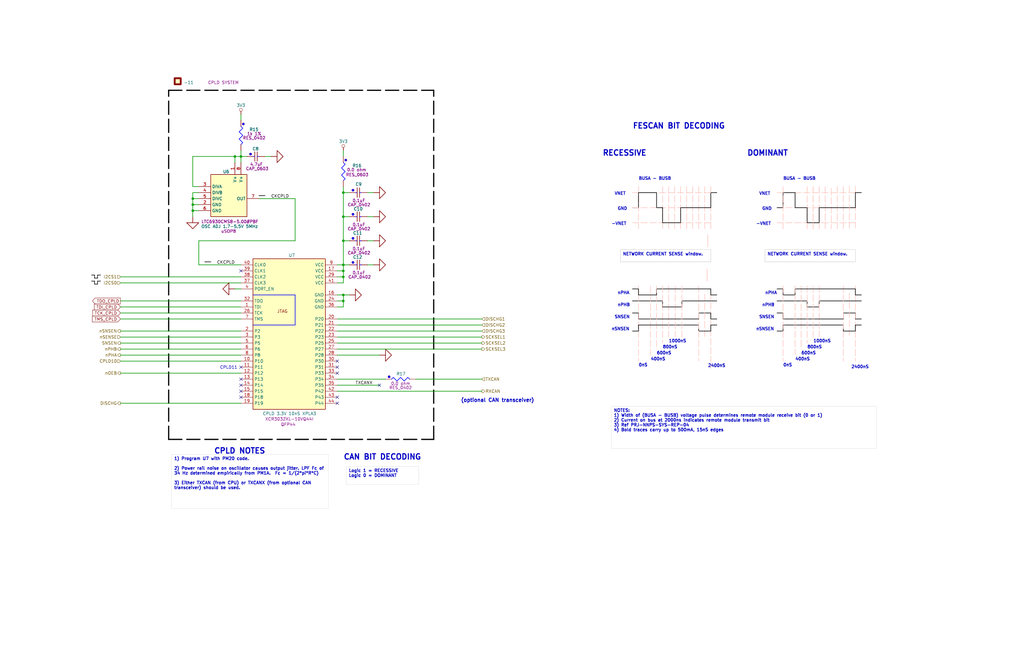
<source format=kicad_sch>
(kicad_sch (version 20231120) (generator "eeschema") (generator_version "8.0")
  (paper "B")
  (title_block (rev "-"))
  (lib_symbols
    (symbol "NNPS:3V3" (power)
      (property "Reference" "#PWR" (at 0 0 0))
      (property "Value" "3V3" (at 0 3.81 0))
      (symbol "3V3_0_0"
        (circle (center 0 -1.905) (radius 0.635) (stroke (width 0.127)))
        (polyline (pts (xy 0 0) (xy 0 -1.27)) (stroke (width 0.254)))
        (pin power_in line (at 0 0 0) (length 0) hide (name "3V3") (number ""))
      )
    )
    (symbol "NNPS:GND" (power)
      (property "Reference" "#PWR" (at 0 0 0))
      (property "Value" "GND" (at 0 6.35 0))
      (symbol "GND_0_0"
        (polyline (pts (xy 0 0) (xy 0 -2.54)) (stroke (width 0.254)))
        (polyline (pts (xy -2.54 -2.54) (xy 2.54 -2.54) (xy 0 -5.08) (xy -2.54 -2.54)) (stroke (width 0.254)))
        (pin power_in line (at 0 0 0) (length 0) hide (name "GND") (number ""))
      )
    )
    (symbol "NNPS:root_0_BOM_S1"
      (symbol "root_0_BOM_S1_1_0"
        (rectangle (start 2.54 0) (end 0 -2.54) (stroke (width 0.762)) (fill (type background)))
      )
    )
    (symbol "NNPS:root_0_GRM155R71C104KA88D"
      (symbol "root_0_GRM155R71C104KA88D_1_0"
        (polyline (pts (xy 2.54 0) (xy 3.302 0)) (stroke (width 0.254) (color 0 0 255 1)))
        (polyline (pts (xy 3.302 -2.032) (xy 3.302 2.032)) (stroke (width 0.254)))
        (polyline (pts (xy 4.318 2.032) (xy 4.318 -2.032)) (stroke (width 0.254)))
        (polyline (pts (xy 5.08 0) (xy 4.318 0)) (stroke (width 0.254) (color 0 0 255 1)))
        (circle (center 1.524 1.016) (radius 0.508) (stroke (width 0.0001)) (fill (type color) (color 0 0 255 1)))
        (pin passive line (at 0 0 0) (length 2.54) (name "1") (number "1"))
        (pin passive line (at 7.62 0 180) (length 2.54) (name "2") (number "2"))
      )
    )
    (symbol "NNPS:root_0_LMK107BJ475KA-T"
      (symbol "root_0_LMK107BJ475KA-T_1_0"
        (polyline (pts (xy 2.54 0) (xy 3.302 0)) (stroke (width 0.254) (color 0 0 255 1)))
        (polyline (pts (xy 3.302 -2.032) (xy 3.302 2.032)) (stroke (width 0.254)))
        (polyline (pts (xy 4.318 2.032) (xy 4.318 -2.032)) (stroke (width 0.254)))
        (polyline (pts (xy 5.08 0) (xy 4.318 0)) (stroke (width 0.254) (color 0 0 255 1)))
        (circle (center 1.524 1.016) (radius 0.508) (stroke (width 0.0001)) (fill (type color) (color 0 0 255 1)))
        (pin passive line (at 0 0 0) (length 2.54) (name "1") (number "1"))
        (pin passive line (at 7.62 0 180) (length 2.54) (name "2") (number "2"))
      )
    )
    (symbol "NNPS:root_0_LTC6930CMS8-5.00#PBF"
      (symbol "root_0_LTC6930CMS8-5.00#PBF_1_0"
        (rectangle (start 15.24 0) (end 0 -17.78) (stroke (width 0.254)) (fill (type background)))
        (pin passive line (at 10.16 5.08 270) (length 5.08) (name "V+") (number "1"))
        (pin passive line (at -5.08 -12.7 0) (length 5.08) (name "GND") (number "2"))
        (pin passive line (at -5.08 -5.08 0) (length 5.08) (name "DIVA") (number "3"))
        (pin passive line (at -5.08 -7.62 0) (length 5.08) (name "DIVB") (number "4"))
        (pin passive line (at -5.08 -10.16 0) (length 5.08) (name "DIVC") (number "5"))
        (pin passive line (at -5.08 -15.24 0) (length 5.08) (name "GND") (number "6"))
        (pin passive line (at 20.32 -10.16 180) (length 5.08) (name "OUT") (number "7"))
        (pin passive line (at 12.7 5.08 270) (length 5.08) (name "V+") (number "8"))
      )
    )
    (symbol "NNPS:root_0_MCR01MZPJ000"
      (symbol "root_0_MCR01MZPJ000_1_0"
        (polyline (pts (xy 10.16 0) (xy 9.398 0.762) (xy 7.874 -0.762) (xy 6.35 0.762) (xy 4.826 -0.762) (xy 3.302 0.762) (xy 2.54 0)) (stroke (width 0.254) (color 0 0 255 1)))
        (circle (center 1.524 1.016) (radius 0.508) (stroke (width 0.0001)) (fill (type color) (color 0 0 255 1)))
        (pin passive line (at 0 0 0) (length 2.54) (name "1") (number "1"))
        (pin passive line (at 12.7 0 180) (length 2.54) (name "2") (number "2"))
      )
    )
    (symbol "NNPS:root_0_XCR3032XL-10VQ44I"
      (symbol "root_0_XCR3032XL-10VQ44I_1_0"
        (polyline (pts (xy 0 -27.94) (xy 17.78 -27.94)) (stroke (width 0.254) (color 0 0 255 1)))
        (polyline (pts (xy 0 -15.24) (xy 17.78 -15.24)) (stroke (width 0.254) (color 0 0 255 1)))
        (polyline (pts (xy 17.78 -27.94) (xy 17.78 -15.24)) (stroke (width 0.254) (color 0 0 255 1)))
        (rectangle (start 30.48 0) (end 0 -63.5) (stroke (width 0.254)) (fill (type background)))
        (text "JTAG" (at 10.16 -22.86 0) (effects (font (size 1.27 1.27)) (justify left bottom)))
        (pin passive line (at -5.08 -20.32 0) (length 5.08) (name "TDI") (number "1"))
        (pin passive line (at -5.08 -43.18 0) (length 5.08) (name "P10") (number "10"))
        (pin passive line (at -5.08 -45.72 0) (length 5.08) (name "P11") (number "11"))
        (pin passive line (at -5.08 -48.26 0) (length 5.08) (name "P12") (number "12"))
        (pin passive line (at -5.08 -50.8 0) (length 5.08) (name "P13") (number "13"))
        (pin passive line (at -5.08 -53.34 0) (length 5.08) (name "P14") (number "14"))
        (pin passive line (at -5.08 -55.88 0) (length 5.08) (name "P15") (number "15"))
        (pin passive line (at 35.56 -15.24 180) (length 5.08) (name "GND") (number "16"))
        (pin passive line (at 35.56 -5.08 180) (length 5.08) (name "VCC") (number "17"))
        (pin passive line (at -5.08 -58.42 0) (length 5.08) (name "P18") (number "18"))
        (pin passive line (at -5.08 -60.96 0) (length 5.08) (name "P19") (number "19"))
        (pin passive line (at -5.08 -30.48 0) (length 5.08) (name "P2") (number "2"))
        (pin passive line (at 35.56 -25.4 180) (length 5.08) (name "P20") (number "20"))
        (pin passive line (at 35.56 -27.94 180) (length 5.08) (name "P21") (number "21"))
        (pin passive line (at 35.56 -30.48 180) (length 5.08) (name "P22") (number "22"))
        (pin output line (at 35.56 -33.02 180) (length 5.08) (name "P23") (number "23"))
        (pin passive line (at 35.56 -17.78 180) (length 5.08) (name "GND") (number "24"))
        (pin output line (at 35.56 -35.56 180) (length 5.08) (name "P25") (number "25"))
        (pin passive line (at -5.08 -22.86 0) (length 5.08) (name "TCK") (number "26"))
        (pin output line (at 35.56 -38.1 180) (length 5.08) (name "P27") (number "27"))
        (pin passive line (at 35.56 -40.64 180) (length 5.08) (name "P28") (number "28"))
        (pin passive line (at 35.56 -7.62 180) (length 5.08) (name "VCC") (number "29"))
        (pin passive line (at -5.08 -33.02 0) (length 5.08) (name "P3") (number "3"))
        (pin passive line (at 35.56 -43.18 180) (length 5.08) (name "P30") (number "30"))
        (pin passive line (at 35.56 -45.72 180) (length 5.08) (name "P31") (number "31"))
        (pin passive line (at -5.08 -17.78 0) (length 5.08) (name "TDO") (number "32"))
        (pin passive line (at 35.56 -48.26 180) (length 5.08) (name "P33") (number "33"))
        (pin passive line (at 35.56 -50.8 180) (length 5.08) (name "P34") (number "34"))
        (pin passive line (at 35.56 -53.34 180) (length 5.08) (name "P35") (number "35"))
        (pin passive line (at 35.56 -20.32 180) (length 5.08) (name "GND") (number "36"))
        (pin passive line (at -5.08 -10.16 0) (length 5.08) (name "CLK3") (number "37"))
        (pin passive line (at -5.08 -7.62 0) (length 5.08) (name "CLK2") (number "38"))
        (pin passive line (at -5.08 -5.08 0) (length 5.08) (name "CLK1") (number "39"))
        (pin passive line (at -5.08 -12.7 0) (length 5.08) (name "PORT_EN") (number "4"))
        (pin passive line (at -5.08 -2.54 0) (length 5.08) (name "CLK0") (number "40"))
        (pin passive line (at 35.56 -10.16 180) (length 5.08) (name "VCC") (number "41"))
        (pin passive line (at 35.56 -55.88 180) (length 5.08) (name "P42") (number "42"))
        (pin passive line (at 35.56 -58.42 180) (length 5.08) (name "P43") (number "43"))
        (pin passive line (at 35.56 -60.96 180) (length 5.08) (name "P44") (number "44"))
        (pin passive line (at -5.08 -35.56 0) (length 5.08) (name "P5") (number "5"))
        (pin passive line (at -5.08 -38.1 0) (length 5.08) (name "P6") (number "6"))
        (pin passive line (at -5.08 -25.4 0) (length 5.08) (name "TMS") (number "7"))
        (pin passive line (at -5.08 -40.64 0) (length 5.08) (name "P8") (number "8"))
        (pin passive line (at 35.56 -2.54 180) (length 5.08) (name "VCC") (number "9"))
      )
    )
    (symbol "NNPS:root_3_MCR01MZPF1001"
      (symbol "root_3_MCR01MZPF1001_1_0"
        (polyline (pts (xy 0 -10.16) (xy 0.762 -9.398) (xy -0.762 -7.874) (xy 0.762 -6.35) (xy -0.762 -4.826) (xy 0.762 -3.302) (xy 0 -2.54)) (stroke (width 0.254) (color 0 0 255 1)))
        (circle (center 1.016 -1.524) (radius 0.508) (stroke (width 0.0001)) (fill (type color) (color 0 0 255 1)))
        (pin passive line (at 0 0 270) (length 2.54) (name "1") (number "1"))
        (pin passive line (at 0 -12.7 90) (length 2.54) (name "2") (number "2"))
      )
    )
    (symbol "NNPS:root_3_MCR03ERTJ000"
      (symbol "root_3_MCR03ERTJ000_1_0"
        (polyline (pts (xy 0 -10.16) (xy 0.762 -9.398) (xy -0.762 -7.874) (xy 0.762 -6.35) (xy -0.762 -4.826) (xy 0.762 -3.302) (xy 0 -2.54)) (stroke (width 0.254) (color 0 0 255 1)))
        (circle (center 1.016 -1.524) (radius 0.508) (stroke (width 0.0001)) (fill (type color) (color 0 0 255 1)))
        (pin passive line (at 0 0 270) (length 2.54) (name "1") (number "1"))
        (pin passive line (at 0 -12.7 90) (length 2.54) (name "2") (number "2"))
      )
    )
  )
  (junction (at 81.28 83.82))
  (junction (at 144.78 111.76))
  (junction (at 144.78 101.6))
  (junction (at 144.78 114.3))
  (junction (at 144.78 124.46))
  (junction (at 144.78 116.84))
  (junction (at 81.28 88.9))
  (junction (at 101.6 66.04))
  (junction (at 144.78 91.44))
  (junction (at 144.78 81.28))
  (junction (at 81.28 86.36))
  (junction (at 144.78 127))
  (junction (at 99.06 66.04))
  (no_connect (at 101.6 154.94))
  (no_connect (at 142.24 170.18))
  (no_connect (at 101.6 165.1))
  (no_connect (at 101.6 167.64))
  (no_connect (at 142.24 157.48))
  (no_connect (at 160.02 162.56))
  (no_connect (at 101.6 162.56))
  (no_connect (at 101.6 114.3))
  (no_connect (at 142.24 154.94))
  (no_connect (at 101.6 160.02))
  (no_connect (at 142.24 152.4))
  (no_connect (at 142.24 167.64))
  (polyline (pts (xy 340.36 129.54) (xy 345.44 129.54)) (stroke (width 0.254) (type solid) (color 0 0 0 1)))
  (polyline (pts (xy 38.608 116.078) (xy 39.878 116.078)) (stroke (width 0.254) (type solid) (color 0 0 0 1)))
  (polyline (pts (xy 294.64 139.7) (xy 294.64 137.16)) (stroke (width 0.254) (type solid) (color 0 0 0 1)))
  (polyline (pts (xy 299.72 87.63) (xy 266.7 87.63)) (stroke (width 0.254) (type dash) (color 255 195 189 1)))
  (polyline (pts (xy 281.94 120.65) (xy 281.94 142.24)) (stroke (width 0.254) (type dash) (color 255 195 189 1)))
  (wire (pts (xy 101.6 68.58) (xy 101.6 66.04)) (stroke (width 0.254)))
  (polyline (pts (xy 294.64 139.7) (xy 299.72 139.7)) (stroke (width 0.254) (type solid) (color 0 0 0 1)))
  (polyline (pts (xy 358.14 123.698) (xy 358.14 141.478)) (stroke (width 0.254) (type dash) (color 255 195 189 1)))
  (polyline (pts (xy 342.9 78.74) (xy 342.9 96.52)) (stroke (width 0.254) (type dash) (color 255 195 189 1)))
  (wire (pts (xy 175.26 160.02) (xy 203.2 160.02)) (stroke (width 0.254)))
  (polyline (pts (xy 281.94 134.62) (xy 294.64 134.62)) (stroke (width 0.254) (type solid) (color 0 0 0 1)))
  (wire (pts (xy 101.6 48.26) (xy 101.6 50.8)) (stroke (width 0.254)))
  (polyline (pts (xy 266.7 127) (xy 279.4 127)) (stroke (width 0.254) (type solid) (color 0 0 0 1)))
  (polyline (pts (xy 292.1 78.74) (xy 292.1 96.52)) (stroke (width 0.254) (type dash) (color 255 195 189 1)))
  (polyline (pts (xy 360.68 93.98) (xy 327.66 93.98)) (stroke (width 0.254) (type dash) (color 255 195 189 1)))
  (polyline (pts (xy 327.66 121.92) (xy 330.2 121.92)) (stroke (width 0.254) (type solid) (color 0 0 0 1)))
  (wire (pts (xy 50.8 119.38) (xy 101.6 119.38)) (stroke (width 0.254)))
  (polyline (pts (xy 299.72 87.63) (xy 287.02 87.63)) (stroke (width 0.254) (type solid) (color 0 0 0 1)))
  (polyline (pts (xy 299.72 78.74) (xy 299.72 96.52)) (stroke (width 0.254) (type dash) (color 255 195 189 1)))
  (polyline (pts (xy 360.68 121.92) (xy 342.9 121.92)) (stroke (width 0.254) (type solid) (color 0 0 0 1)))
  (polyline (pts (xy 337.82 120.65) (xy 337.82 147.32)) (stroke (width 0.254) (type dash) (color 255 195 189 1)))
  (wire (pts (xy 144.78 129.54) (xy 144.78 127)) (stroke (width 0.254)))
  (polyline (pts (xy 330.2 124.46) (xy 330.2 121.92)) (stroke (width 0.254) (type solid) (color 0 0 0 1)))
  (wire (pts (xy 142.24 142.24) (xy 203.2 142.24)) (stroke (width 0.254)))
  (wire (pts (xy 124.46 101.6) (xy 83.82 101.6)) (stroke (width 0.254)))
  (polyline (pts (xy 279.4 129.54) (xy 287.528 129.54)) (stroke (width 0.254) (type solid) (color 0 0 0 1)))
  (polyline (pts (xy 284.734 120.65) (xy 284.734 142.24)) (stroke (width 0.254) (type dash) (color 255 195 189 1)))
  (polyline (pts (xy 355.6 132.08) (xy 360.68 132.08)) (stroke (width 0.254) (type solid) (color 0 0 0 1)))
  (polyline (pts (xy 355.6 139.7) (xy 355.6 137.16)) (stroke (width 0.254) (type solid) (color 0 0 0 1)))
  (wire (pts (xy 83.82 81.28) (xy 81.28 81.28)) (stroke (width 0.254)))
  (polyline (pts (xy 345.44 93.98) (xy 340.36 93.98)) (stroke (width 0.254) (type solid) (color 0 0 0 1)))
  (polyline (pts (xy 299.72 93.98) (xy 266.7 93.98)) (stroke (width 0.254) (type dash) (color 255 195 189 1)))
  (wire (pts (xy 144.78 111.76) (xy 142.24 111.76)) (stroke (width 0.254)))
  (polyline (pts (xy 345.44 78.74) (xy 345.44 96.52)) (stroke (width 0.254) (type dash) (color 255 195 189 1)))
  (wire (pts (xy 144.78 111.76) (xy 144.78 114.3)) (stroke (width 0.254)))
  (polyline (pts (xy 330.2 81.28) (xy 335.28 81.28)) (stroke (width 0.254) (type solid) (color 0 0 0 1)))
  (polyline (pts (xy 340.36 87.63) (xy 340.36 93.98)) (stroke (width 0.254) (type solid) (color 0 0 0 1)))
  (polyline (pts (xy 330.2 124.46) (xy 335.28 124.46)) (stroke (width 0.254) (type solid) (color 0 0 0 1)))
  (polyline (pts (xy 342.9 78.74) (xy 342.9 96.52)) (stroke (width 0.254) (type dash) (color 255 195 189 1)))
  (wire (pts (xy 83.82 101.6) (xy 83.82 111.76)) (stroke (width 0.254)))
  (polyline (pts (xy 299.72 124.46) (xy 302.26 124.46)) (stroke (width 0.254) (type solid) (color 0 0 0 1)))
  (polyline (pts (xy 360.68 120.65) (xy 360.68 152.4)) (stroke (width 0.254) (type dash) (color 255 195 189 1)))
  (polyline (pts (xy 299.72 134.62) (xy 299.72 132.08)) (stroke (width 0.254) (type solid) (color 0 0 0 1)))
  (polyline (pts (xy 182.88 185.42) (xy 182.88 38.1)) (stroke (width 0.508) (type dash) (color 0 0 0 1)))
  (polyline (pts (xy 330.2 78.74) (xy 330.2 96.52)) (stroke (width 0.254) (type dash) (color 255 195 189 1)))
  (polyline (pts (xy 109.22 82.55) (xy 111.76 82.55)) (stroke (width 0.254) (type solid) (color 0 0 0 1)))
  (polyline (pts (xy 335.28 120.65) (xy 335.28 149.86)) (stroke (width 0.254) (type dash) (color 255 195 189 1)))
  (polyline (pts (xy 360.68 124.46) (xy 360.68 121.92)) (stroke (width 0.254) (type solid) (color 0 0 0 1)))
  (wire (pts (xy 81.28 81.28) (xy 81.28 83.82)) (stroke (width 0.254)))
  (wire (pts (xy 142.24 116.84) (xy 144.78 116.84)) (stroke (width 0.254)))
  (wire (pts (xy 142.24 137.16) (xy 203.2 137.16)) (stroke (width 0.254)))
  (polyline (pts (xy 358.14 78.486) (xy 358.14 96.266)) (stroke (width 0.254) (type dash) (color 255 195 189 1)))
  (polyline (pts (xy 279.4 120.65) (xy 279.4 144.78)) (stroke (width 0.254) (type dash) (color 255 195 189 1)))
  (polyline (pts (xy 335.28 124.46) (xy 335.28 121.92)) (stroke (width 0.254) (type solid) (color 0 0 0 1)))
  (polyline (pts (xy 294.64 134.62) (xy 294.64 132.08)) (stroke (width 0.254) (type solid) (color 0 0 0 1)))
  (polyline (pts (xy 266.7 87.63) (xy 269.24 87.63)) (stroke (width 0.254) (type solid) (color 0 0 0 1)))
  (wire (pts (xy 154.94 91.44) (xy 157.48 91.44)) (stroke (width 0.254)))
  (polyline (pts (xy 340.36 137.16) (xy 342.9 137.16)) (stroke (width 0.254) (type solid) (color 0 0 0 1)))
  (polyline (pts (xy 276.86 121.92) (xy 281.94 121.92)) (stroke (width 0.254) (type solid) (color 0 0 0 1)))
  (wire (pts (xy 99.06 121.92) (xy 101.6 121.92)) (stroke (width 0.254)))
  (polyline (pts (xy 360.68 139.7) (xy 360.68 137.16)) (stroke (width 0.254) (type solid) (color 0 0 0 1)))
  (polyline (pts (xy 299.72 137.16) (xy 302.26 137.16)) (stroke (width 0.254) (type solid) (color 0 0 0 1)))
  (polyline (pts (xy 360.68 87.63) (xy 360.68 81.28)) (stroke (width 0.254) (type solid) (color 0 0 0 1)))
  (wire (pts (xy 81.28 83.82) (xy 83.82 83.82)) (stroke (width 0.254)))
  (polyline (pts (xy 266.7 132.08) (xy 269.24 132.08)) (stroke (width 0.254) (type solid) (color 0 0 0 1)))
  (polyline (pts (xy 299.72 81.28) (xy 302.26 81.28)) (stroke (width 0.254) (type solid) (color 0 0 0 1)))
  (polyline (pts (xy 298.45 104.14) (xy 298.45 99.06)) (stroke (width 0.254) (type solid) (color 255 195 189 1)))
  (polyline (pts (xy 269.24 124.46) (xy 276.86 124.46)) (stroke (width 0.254) (type solid) (color 0 0 0 1)))
  (polyline (pts (xy 335.28 87.63) (xy 335.28 81.28)) (stroke (width 0.254) (type solid) (color 0 0 0 1)))
  (polyline (pts (xy 269.24 134.62) (xy 269.24 132.08)) (stroke (width 0.254) (type solid) (color 0 0 0 1)))
  (wire (pts (xy 144.78 101.6) (xy 144.78 111.76)) (stroke (width 0.254)))
  (polyline (pts (xy 299.72 139.7) (xy 299.72 137.16)) (stroke (width 0.254) (type solid) (color 0 0 0 1)))
  (polyline (pts (xy 71.12 38.1) (xy 182.88 38.1)) (stroke (width 0.508) (type dash) (color 0 0 0 1)))
  (polyline (pts (xy 345.44 129.54) (xy 345.44 127)) (stroke (width 0.254) (type solid) (color 0 0 0 1)))
  (wire (pts (xy 162.56 160.02) (xy 142.24 160.02)) (stroke (width 0.254)))
  (polyline (pts (xy 289.56 78.74) (xy 289.56 96.52)) (stroke (width 0.254) (type dash) (color 255 195 189 1)))
  (polyline (pts (xy 41.148 117.348) (xy 41.148 116.078)) (stroke (width 0.254) (type solid) (color 0 0 0 1)))
  (polyline (pts (xy 39.878 119.888) (xy 39.878 118.618)) (stroke (width 0.254) (type solid) (color 0 0 0 1)))
  (wire (pts (xy 50.8 116.84) (xy 101.6 116.84)) (stroke (width 0.254)))
  (wire (pts (xy 142.24 147.32) (xy 203.2 147.32)) (stroke (width 0.254)))
  (polyline (pts (xy 340.36 78.74) (xy 340.36 96.52)) (stroke (width 0.254) (type dash) (color 255 195 189 1)))
  (polyline (pts (xy 269.24 81.28) (xy 276.86 81.28)) (stroke (width 0.254) (type solid) (color 0 0 0 1)))
  (polyline (pts (xy 269.24 124.46) (xy 269.24 121.92)) (stroke (width 0.254) (type solid) (color 0 0 0 1)))
  (polyline (pts (xy 360.68 124.46) (xy 363.22 124.46)) (stroke (width 0.254) (type solid) (color 0 0 0 1)))
  (wire (pts (xy 154.94 111.76) (xy 157.48 111.76)) (stroke (width 0.254)))
  (polyline (pts (xy 330.2 134.62) (xy 340.36 134.62)) (stroke (width 0.254) (type solid) (color 0 0 0 1)))
  (polyline (pts (xy 327.66 132.08) (xy 330.2 132.08)) (stroke (width 0.254) (type solid) (color 0 0 0 1)))
  (polyline (pts (xy 297.18 78.74) (xy 297.18 96.52)) (stroke (width 0.254) (type dash) (color 255 195 189 1)))
  (wire (pts (xy 142.24 162.56) (xy 160.02 162.56)) (stroke (width 0.254)))
  (wire (pts (xy 81.28 88.9) (xy 81.28 91.44)) (stroke (width 0.254)))
  (polyline (pts (xy 345.44 127) (xy 363.22 127)) (stroke (width 0.254) (type solid) (color 0 0 0 1)))
  (wire (pts (xy 144.78 114.3) (xy 144.78 116.84)) (stroke (width 0.254)))
  (polyline (pts (xy 41.148 118.618) (xy 42.418 118.618)) (stroke (width 0.254) (type solid) (color 0 0 0 1)))
  (wire (pts (xy 81.28 66.04) (xy 99.06 66.04)) (stroke (width 0.254)))
  (wire (pts (xy 144.78 63.5) (xy 144.78 66.04)) (stroke (width 0.254)))
  (polyline (pts (xy 327.66 139.7) (xy 330.2 139.7)) (stroke (width 0.254) (type solid) (color 0 0 0 1)))
  (polyline (pts (xy 355.6 134.62) (xy 355.6 132.08)) (stroke (width 0.254) (type solid) (color 0 0 0 1)))
  (polyline (pts (xy 299.72 87.63) (xy 299.72 81.28)) (stroke (width 0.254) (type solid) (color 0 0 0 1)))
  (wire (pts (xy 101.6 66.04) (xy 104.14 66.04)) (stroke (width 0.254)))
  (polyline (pts (xy 327.66 87.63) (xy 330.2 87.63)) (stroke (width 0.254) (type solid) (color 0 0 0 1)))
  (polyline (pts (xy 269.24 137.16) (xy 279.4 137.16)) (stroke (width 0.254) (type solid) (color 0 0 0 1)))
  (polyline (pts (xy 284.48 78.74) (xy 284.48 96.52)) (stroke (width 0.254) (type dash) (color 255 195 189 1)))
  (wire (pts (xy 50.8 149.86) (xy 101.6 149.86)) (stroke (width 0.254)))
  (wire (pts (xy 142.24 114.3) (xy 144.78 114.3)) (stroke (width 0.254)))
  (wire (pts (xy 147.32 101.6) (xy 144.78 101.6)) (stroke (width 0.254)))
  (polyline (pts (xy 330.2 134.62) (xy 330.2 132.08)) (stroke (width 0.254) (type solid) (color 0 0 0 1)))
  (polyline (pts (xy 355.6 139.7) (xy 360.68 139.7)) (stroke (width 0.254) (type solid) (color 0 0 0 1)))
  (wire (pts (xy 50.8 132.08) (xy 101.6 132.08)) (stroke (width 0.254)))
  (polyline (pts (xy 269.24 139.7) (xy 269.24 137.16)) (stroke (width 0.254) (type solid) (color 0 0 0 1)))
  (wire (pts (xy 50.8 142.24) (xy 101.6 142.24)) (stroke (width 0.254)))
  (polyline (pts (xy 276.86 87.63) (xy 276.86 81.28)) (stroke (width 0.254) (type solid) (color 0 0 0 1)))
  (wire (pts (xy 147.32 111.76) (xy 144.78 111.76)) (stroke (width 0.254)))
  (polyline (pts (xy 276.86 124.46) (xy 276.86 121.92)) (stroke (width 0.254) (type solid) (color 0 0 0 1)))
  (polyline (pts (xy 269.24 78.74) (xy 269.24 96.52)) (stroke (width 0.254) (type dash) (color 255 195 189 1)))
  (polyline (pts (xy 294.64 120.65) (xy 294.64 152.4)) (stroke (width 0.254) (type dash) (color 255 195 189 1)))
  (polyline (pts (xy 330.2 87.63) (xy 330.2 81.28)) (stroke (width 0.254) (type solid) (color 0 0 0 1)))
  (polyline (pts (xy 342.9 120.65) (xy 342.9 142.24)) (stroke (width 0.254) (type dash) (color 255 195 189 1)))
  (wire (pts (xy 144.78 116.84) (xy 144.78 119.38)) (stroke (width 0.254)))
  (polyline (pts (xy 299.72 124.46) (xy 299.72 121.92)) (stroke (width 0.254) (type solid) (color 0 0 0 1)))
  (polyline (pts (xy 360.68 87.63) (xy 327.66 87.63)) (stroke (width 0.254) (type dash) (color 255 195 189 1)))
  (polyline (pts (xy 340.36 120.65) (xy 340.36 144.78)) (stroke (width 0.254) (type dash) (color 255 195 189 1)))
  (wire (pts (xy 109.22 83.82) (xy 124.46 83.82)) (stroke (width 0.254)))
  (polyline (pts (xy 276.86 87.63) (xy 279.4 87.63)) (stroke (width 0.254) (type solid) (color 0 0 0 1)))
  (polyline (pts (xy 38.608 118.618) (xy 39.878 118.618)) (stroke (width 0.254) (type solid) (color 0 0 0 1)))
  (polyline (pts (xy 279.4 87.63) (xy 279.4 93.98)) (stroke (width 0.254) (type solid) (color 0 0 0 1)))
  (wire (pts (xy 83.82 86.36) (xy 81.28 86.36)) (stroke (width 0.254)))
  (wire (pts (xy 81.28 78.74) (xy 81.28 66.04)) (stroke (width 0.254)))
  (polyline (pts (xy 299.72 81.28) (xy 266.7 81.28)) (stroke (width 0.254) (type dash) (color 255 195 189 1)))
  (wire (pts (xy 144.78 119.38) (xy 142.24 119.38)) (stroke (width 0.254)))
  (polyline (pts (xy 266.7 121.92) (xy 269.24 121.92)) (stroke (width 0.254) (type solid) (color 0 0 0 1)))
  (polyline (pts (xy 269.24 134.62) (xy 279.4 134.62)) (stroke (width 0.254) (type solid) (color 0 0 0 1)))
  (polyline (pts (xy 345.44 87.63) (xy 345.44 93.98)) (stroke (width 0.254) (type solid) (color 0 0 0 1)))
  (polyline (pts (xy 287.528 127) (xy 287.528 129.54)) (stroke (width 0.254) (type dash) (color 0 0 0 1)))
  (wire (pts (xy 142.24 134.62) (xy 203.2 134.62)) (stroke (width 0.254)))
  (polyline (pts (xy 340.36 129.54) (xy 340.36 127)) (stroke (width 0.254) (type solid) (color 0 0 0 1)))
  (polyline (pts (xy 327.66 127) (xy 340.36 127)) (stroke (width 0.254) (type solid) (color 0 0 0 1)))
  (wire (pts (xy 81.28 86.36) (xy 81.28 88.9)) (stroke (width 0.254)))
  (wire (pts (xy 144.78 124.46) (xy 147.32 124.46)) (stroke (width 0.254)))
  (wire (pts (xy 50.8 139.7) (xy 101.6 139.7)) (stroke (width 0.254)))
  (wire (pts (xy 99.06 66.04) (xy 99.06 68.58)) (stroke (width 0.254)))
  (polyline (pts (xy 279.4 78.74) (xy 279.4 96.52)) (stroke (width 0.254) (type dash) (color 255 195 189 1)))
  (polyline (pts (xy 287.02 78.74) (xy 287.02 96.52)) (stroke (width 0.254) (type dash) (color 255 195 189 1)))
  (wire (pts (xy 50.8 157.48) (xy 101.6 157.48)) (stroke (width 0.254)))
  (wire (pts (xy 142.24 129.54) (xy 144.78 129.54)) (stroke (width 0.254)))
  (wire (pts (xy 50.8 152.4) (xy 101.6 152.4)) (stroke (width 0.254)))
  (wire (pts (xy 154.94 81.28) (xy 157.48 81.28)) (stroke (width 0.254)))
  (polyline (pts (xy 276.86 120.65) (xy 276.86 147.32)) (stroke (width 0.254) (type dash) (color 255 195 189 1)))
  (wire (pts (xy 81.28 88.9) (xy 83.82 88.9)) (stroke (width 0.254)))
  (polyline (pts (xy 294.64 78.74) (xy 294.64 96.52)) (stroke (width 0.254) (type dash) (color 255 195 189 1)))
  (polyline (pts (xy 71.12 185.42) (xy 182.88 185.42)) (stroke (width 0.508) (type dash) (color 0 0 0 1)))
  (polyline (pts (xy 39.878 117.348) (xy 41.148 117.348)) (stroke (width 0.254) (type solid) (color 0 0 0 1)))
  (wire (pts (xy 83.82 111.76) (xy 101.6 111.76)) (stroke (width 0.254)))
  (polyline (pts (xy 41.148 116.078) (xy 42.418 116.078)) (stroke (width 0.254) (type solid) (color 0 0 0 1)))
  (polyline (pts (xy 281.94 137.16) (xy 294.64 137.16)) (stroke (width 0.254) (type solid) (color 0 0 0 1)))
  (polyline (pts (xy 298.196 113.538) (xy 298.196 118.618)) (stroke (width 0.254) (type solid) (color 255 195 189 1)))
  (polyline (pts (xy 360.68 81.28) (xy 327.66 81.28)) (stroke (width 0.254) (type dash) (color 255 195 189 1)))
  (polyline (pts (xy 360.68 87.63) (xy 345.44 87.63)) (stroke (width 0.254) (type solid) (color 0 0 0 1)))
  (polyline (pts (xy 330.2 139.7) (xy 330.2 137.16)) (stroke (width 0.254) (type solid) (color 0 0 0 1)))
  (wire (pts (xy 50.8 147.32) (xy 101.6 147.32)) (stroke (width 0.254)))
  (polyline (pts (xy 330.2 137.16) (xy 340.36 137.16)) (stroke (width 0.254) (type solid) (color 0 0 0 1)))
  (polyline (pts (xy 269.24 120.65) (xy 269.24 152.4)) (stroke (width 0.254) (type dash) (color 255 195 189 1)))
  (polyline (pts (xy 287.02 93.98) (xy 279.4 93.98)) (stroke (width 0.254) (type solid) (color 0 0 0 1)))
  (polyline (pts (xy 355.6 78.74) (xy 355.6 96.52)) (stroke (width 0.254) (type dash) (color 255 195 189 1)))
  (polyline (pts (xy 330.2 120.65) (xy 330.2 152.4)) (stroke (width 0.254) (type dash) (color 255 195 189 1)))
  (wire (pts (xy 142.24 149.86) (xy 160.02 149.86)) (stroke (width 0.254)))
  (wire (pts (xy 99.06 66.04) (xy 101.6 66.04)) (stroke (width 0.254)))
  (wire (pts (xy 142.24 139.7) (xy 203.2 139.7)) (stroke (width 0.254)))
  (wire (pts (xy 144.78 78.74) (xy 144.78 81.28)) (stroke (width 0.254)))
  (polyline (pts (xy 297.18 124.206) (xy 297.18 141.986)) (stroke (width 0.254) (type dash) (color 255 195 189 1)))
  (polyline (pts (xy 39.878 119.888) (xy 41.148 119.888)) (stroke (width 0.254) (type solid) (color 0 0 0 1)))
  (wire (pts (xy 50.8 144.78) (xy 101.6 144.78)) (stroke (width 0.254)))
  (polyline (pts (xy 335.28 87.63) (xy 340.36 87.63)) (stroke (width 0.254) (type solid) (color 0 0 0 1)))
  (polyline (pts (xy 360.68 137.16) (xy 363.22 137.16)) (stroke (width 0.254) (type solid) (color 0 0 0 1)))
  (polyline (pts (xy 279.4 137.16) (xy 281.94 137.16)) (stroke (width 0.254) (type solid) (color 0 0 0 1)))
  (wire (pts (xy 81.28 83.82) (xy 81.28 86.36)) (stroke (width 0.254)))
  (wire (pts (xy 50.8 170.18) (xy 101.6 170.18)) (stroke (width 0.254)))
  (polyline (pts (xy 299.72 123.698) (xy 299.72 155.448)) (stroke (width 0.254) (type dash) (color 255 195 189 1)))
  (polyline (pts (xy 41.148 119.888) (xy 41.148 118.618)) (stroke (width 0.254) (type solid) (color 0 0 0 1)))
  (polyline (pts (xy 299.72 134.62) (xy 302.26 134.62)) (stroke (width 0.254) (type solid) (color 0 0 0 1)))
  (wire (pts (xy 83.82 78.74) (xy 81.28 78.74)) (stroke (width 0.254)))
  (polyline (pts (xy 360.68 81.28) (xy 363.22 81.28)) (stroke (width 0.254) (type solid) (color 0 0 0 1)))
  (wire (pts (xy 147.32 81.28) (xy 144.78 81.28)) (stroke (width 0.254)))
  (polyline (pts (xy 342.9 137.16) (xy 355.6 137.16)) (stroke (width 0.254) (type solid) (color 0 0 0 1)))
  (polyline (pts (xy 294.64 132.08) (xy 299.72 132.08)) (stroke (width 0.254) (type solid) (color 0 0 0 1)))
  (polyline (pts (xy 355.6 120.65) (xy 355.6 152.4)) (stroke (width 0.254) (type dash) (color 255 195 189 1)))
  (polyline (pts (xy 360.68 134.62) (xy 363.22 134.62)) (stroke (width 0.254) (type solid) (color 0 0 0 1)))
  (polyline (pts (xy 350.52 79.502) (xy 350.52 96.52)) (stroke (width 0.254) (type dash) (color 255 195 189 1)))
  (polyline (pts (xy 345.44 120.65) (xy 345.44 142.24)) (stroke (width 0.254) (type dash) (color 255 195 189 1)))
  (polyline (pts (xy 274.32 120.65) (xy 274.32 149.86)) (stroke (width 0.254) (type dash) (color 255 195 189 1)))
  (wire (pts (xy 142.24 124.46) (xy 144.78 124.46)) (stroke (width 0.254)))
  (polyline (pts (xy 279.4 129.54) (xy 279.4 127)) (stroke (width 0.254) (type solid) (color 0 0 0 1)))
  (polyline (pts (xy 71.12 185.42) (xy 71.12 38.1)) (stroke (width 0.508) (type dash) (color 0 0 0 1)))
  (polyline (pts (xy 342.9 134.62) (xy 355.6 134.62)) (stroke (width 0.254) (type solid) (color 0 0 0 1)))
  (polyline (pts (xy 39.878 117.348) (xy 39.878 116.078)) (stroke (width 0.254) (type solid) (color 0 0 0 1)))
  (wire (pts (xy 142.24 165.1) (xy 203.2 165.1)) (stroke (width 0.254)))
  (wire (pts (xy 154.94 101.6) (xy 157.48 101.6)) (stroke (width 0.254)))
  (polyline (pts (xy 299.72 121.92) (xy 281.94 121.92)) (stroke (width 0.254) (type solid) (color 0 0 0 1)))
  (wire (pts (xy 50.8 134.62) (xy 101.6 134.62)) (stroke (width 0.254)))
  (polyline (pts (xy 279.4 134.62) (xy 281.94 134.62)) (stroke (width 0.254) (type solid) (color 0 0 0 1)))
  (wire (pts (xy 124.46 83.82) (xy 124.46 101.6)) (stroke (width 0.254)))
  (polyline (pts (xy 335.28 121.92) (xy 342.9 121.92)) (stroke (width 0.254) (type solid) (color 0 0 0 1)))
  (wire (pts (xy 111.76 66.04) (xy 114.3 66.04)) (stroke (width 0.254)))
  (polyline (pts (xy 347.98 78.74) (xy 347.98 96.52)) (stroke (width 0.254) (type dash) (color 255 195 189 1)))
  (polyline (pts (xy 266.7 139.7) (xy 269.24 139.7)) (stroke (width 0.254) (type solid) (color 0 0 0 1)))
  (polyline (pts (xy 340.36 134.62) (xy 342.9 134.62)) (stroke (width 0.254) (type solid) (color 0 0 0 1)))
  (polyline (pts (xy 360.68 78.486) (xy 360.68 96.266)) (stroke (width 0.254) (type dash) (color 255 195 189 1)))
  (wire (pts (xy 50.8 129.54) (xy 101.6 129.54)) (stroke (width 0.254)))
  (wire (pts (xy 144.78 127) (xy 144.78 124.46)) (stroke (width 0.254)))
  (wire (pts (xy 142.24 127) (xy 144.78 127)) (stroke (width 0.254)))
  (polyline (pts (xy 86.36 110.49) (xy 88.9 110.49)) (stroke (width 0.254) (type solid) (color 0 0 0 1)))
  (wire (pts (xy 50.8 127) (xy 101.6 127)) (stroke (width 0.254)))
  (polyline (pts (xy 269.24 87.63) (xy 269.24 81.28)) (stroke (width 0.254) (type solid) (color 0 0 0 1)))
  (wire (pts (xy 147.32 91.44) (xy 144.78 91.44)) (stroke (width 0.254)))
  (polyline (pts (xy 360.68 134.62) (xy 360.68 132.08)) (stroke (width 0.254) (type solid) (color 0 0 0 1)))
  (polyline (pts (xy 281.94 78.74) (xy 281.94 96.52)) (stroke (width 0.254) (type dash) (color 255 195 189 1)))
  (polyline (pts (xy 287.02 87.63) (xy 287.02 93.98)) (stroke (width 0.254) (type solid) (color 0 0 0 1)))
  (wire (pts (xy 144.78 91.44) (xy 144.78 101.6)) (stroke (width 0.254)))
  (polyline (pts (xy 287.528 127) (xy 302.26 127)) (stroke (width 0.254) (type solid) (color 0 0 0 1)))
  (polyline (pts (xy 353.06 78.74) (xy 353.06 96.52)) (stroke (width 0.254) (type dash) (color 255 195 189 1)))
  (polyline (pts (xy 287.528 120.65) (xy 287.528 142.24)) (stroke (width 0.254) (type dash) (color 255 195 189 1)))
  (wire (pts (xy 144.78 81.28) (xy 144.78 91.44)) (stroke (width 0.254)))
  (wire (pts (xy 142.24 144.78) (xy 203.2 144.78)) (stroke (width 0.254)))
  (wire (pts (xy 101.6 66.04) (xy 101.6 63.5)) (stroke (width 0.254)))
  (text_box "NETWORK CURRENT SENSE window." (at 299.72 105.41 0) (size -38.1 5.08) (stroke (width 0) (color 192 192 192 1)) (fill (type color) (color 255 255 255 1)) (effects (font (size 1.27 1.27) (bold yes)) (justify left top)))
  (text_box "1) Program U7 with PM20 code.\n\n2) Power rail noise on oscillator causes output jitter. LPF Fc of 34 Hz determined empirically from PM1A.  Fc = 1/(2*pi*R*C)\n\n3) Either TXCAN (from CPU) or TXCANX (from optional CAN transceiver) should be used.\n\n" (at 72.39 191.77 0) (size 66.04 22.86) (stroke (width 0) (color 224 224 224 1)) (fill (type color) (color 255 255 255 1)) (effects (font (size 1.27 1.27) (bold yes)) (justify left top)))
  (text_box "NETWORK CURRENT SENSE window." (at 360.68 105.41 0) (size -38.1 5.08) (stroke (width 0) (color 192 192 192 1)) (fill (type color) (color 255 255 255 1)) (effects (font (size 1.27 1.27) (bold yes)) (justify left top)))
  (text_box "NOTES:\n1) Width of (BUSA - BUSB) voltage pulse determines remote module receive bit (0 or 1)\n2) Current on bus at 2000ns indicates remote module transmit bit\n3) Ref PRJ-NNPS-SYS-REP-04\n4) Bold traces carry up to 500mA, 15nS edges" (at 257.81 171.45 0) (size 111.76 17.78) (stroke (width 0) (color 224 224 224 1)) (fill (type color) (color 255 255 255 1)) (effects (font (size 1.27 1.27) (bold yes)) (justify left top)))
  (text_box "Logic 1 = RECESSIVE\nLogic 0 = DOMINANT" (at 176.53 196.85 0) (size -30.48 7.62) (stroke (width 0) (color 224 224 224 1)) (fill (type color) (color 255 255 255 1)) (effects (font (size 1.27 1.27) (bold yes)) (justify left top)))
  (text "400nS" (at 274.32 152.4 0) (effects (font (size 1.27 1.27) (bold yes)) (justify left bottom)))
  (text "-VNET" (at 257.81 95.25 0) (effects (font (size 1.27 1.27) (bold yes)) (justify left bottom)))
  (text "800nS" (at 279.4 147.32 0) (effects (font (size 1.27 1.27) (bold yes)) (justify left bottom)))
  (text "0nS" (at 269.24 154.94 0) (effects (font (size 1.27 1.27) (bold yes)) (justify left bottom)))
  (text "400nS" (at 335.28 152.4 0) (effects (font (size 1.27 1.27) (bold yes)) (justify left bottom)))
  (text "CAN BIT DECODING" (at 144.78 194.31 0) (effects (font (size 2.286 2.286) (bold yes)) (justify left bottom)))
  (text "SNSEN" (at 259.08 134.62 0) (effects (font (size 1.27 1.27) (bold yes)) (justify left bottom)))
  (text "0nS" (at 330.2 154.94 0) (effects (font (size 1.27 1.27) (bold yes)) (justify left bottom)))
  (text "600nS" (at 337.82 149.86 0) (effects (font (size 1.27 1.27) (bold yes)) (justify left bottom)))
  (text "SNSEN" (at 320.04 134.62 0) (effects (font (size 1.27 1.27) (bold yes)) (justify left bottom)))
  (text "GND" (at 260.35 88.9 0) (effects (font (size 1.27 1.27) (bold yes)) (justify left bottom)))
  (text "CPLD NOTES" (at 90.17 191.77 0) (effects (font (size 2.286 2.286) (bold yes)) (justify left bottom)))
  (text "VNET" (at 259.08 82.55 0) (effects (font (size 1.27 1.27) (bold yes)) (justify left bottom)))
  (text "BUSA - BUSB" (at 269.24 76.2 0) (effects (font (size 1.27 1.27) (bold yes)) (justify left bottom)))
  (text "2400nS" (at 358.902 155.702 0) (effects (font (size 1.27 1.27) (bold yes)) (justify left bottom)))
  (text "1000nS" (at 281.94 144.78 0) (effects (font (size 1.27 1.27) (bold yes)) (justify left bottom)))
  (text "nPHA" (at 260.35 124.46 0) (effects (font (size 1.27 1.27) (bold yes)) (justify left bottom)))
  (text "nPHA" (at 322.58 124.46 0) (effects (font (size 1.27 1.27) (bold yes)) (justify left bottom)))
  (text "nPHB" (at 260.35 129.54 0) (effects (font (size 1.27 1.27) (bold yes)) (justify left bottom)))
  (text "(optional CAN transceiver)" (at 194.31 169.926 0) (effects (font (size 1.524 1.524) (bold yes)) (justify left bottom)))
  (text "DOMINANT" (at 314.96 66.04 0) (effects (font (size 2.286 2.286) (bold yes)) (justify left bottom)))
  (text "800nS" (at 340.36 147.32 0) (effects (font (size 1.27 1.27) (bold yes)) (justify left bottom)))
  (text "nSNSEN" (at 318.77 139.7 0) (effects (font (size 1.27 1.27) (bold yes)) (justify left bottom)))
  (text "600nS" (at 276.86 149.86 0) (effects (font (size 1.27 1.27) (bold yes)) (justify left bottom)))
  (text "BUSA - BUSB" (at 330.2 76.2 0) (effects (font (size 1.27 1.27) (bold yes)) (justify left bottom)))
  (text "FESCAN BIT DECODING" (at 266.7 54.61 0) (effects (font (size 2.286 2.286) (bold yes)) (justify left bottom)))
  (text "VNET" (at 320.04 82.55 0) (effects (font (size 1.27 1.27) (bold yes)) (justify left bottom)))
  (text "GND" (at 321.31 88.9 0) (effects (font (size 1.27 1.27) (bold yes)) (justify left bottom)))
  (text "RECESSIVE" (at 254 66.04 0) (effects (font (size 2.286 2.286) (bold yes)) (justify left bottom)))
  (text "2400nS" (at 298.45 155.194 0) (effects (font (size 1.27 1.27) (bold yes)) (justify left bottom)))
  (text "-VNET" (at 318.77 95.25 0) (effects (font (size 1.27 1.27) (bold yes)) (justify left bottom)))
  (text "nSNSEN" (at 257.81 139.7 0) (effects (font (size 1.27 1.27) (bold yes)) (justify left bottom)))
  (text "1000nS" (at 342.9 144.78 0) (effects (font (size 1.27 1.27) (bold yes)) (justify left bottom)))
  (text "" (at 318.516 210.058 0) (effects (font (size 1.27 1.27)) (justify left bottom)))
  (text "CPLD11" (at 92.71 155.956 0) (effects (font (size 1.27 1.27)) (justify left bottom)))
  (text "nPHB" (at 321.31 129.54 0) (effects (font (size 1.27 1.27) (bold yes)) (justify left bottom)))
  (label "TXCANX" (at 149.86 162.56 0))
  (label "CKCPLD" (at 91.44 111.76 0))
  (label "CKCPLD" (at 114.3 83.82 0))
  (global_label "TCK_CPLD" (shape input) (at 50.8 132.08 180) (property "Intersheetrefs" "${INTERSHEET_REFS}" (effects (hide yes))))
  (global_label "TDO_CPLD" (shape output) (at 50.8 127 180) (property "Intersheetrefs" "${INTERSHEET_REFS}" (effects (hide yes))))
  (global_label "TMS_CPLD" (shape input) (at 50.8 134.62 180) (property "Intersheetrefs" "${INTERSHEET_REFS}" (effects (hide yes))))
  (global_label "TDI_CPLD" (shape input) (at 50.8 129.54 180) (property "Intersheetrefs" "${INTERSHEET_REFS}" (effects (hide yes))))
  (hierarchical_label "nSNSEN" (shape output) (at 50.8 139.7 180))
  (hierarchical_label "DISCHG" (shape output) (at 50.8 170.18 180))
  (hierarchical_label "DISCHG1" (shape input) (at 203.2 134.62 0))
  (hierarchical_label "CPLD10" (shape input) (at 50.8 152.4 180))
  (hierarchical_label "SCKSEL1" (shape output) (at 203.2 142.24 0))
  (hierarchical_label "TXCAN" (shape input) (at 203.2 160.02 0))
  (hierarchical_label "SCKSEL3" (shape output) (at 203.2 147.32 0))
  (hierarchical_label "nOEB" (shape output) (at 50.8 157.48 180))
  (hierarchical_label "I2CS0" (shape input) (at 50.8 119.38 180))
  (hierarchical_label "I2CS1" (shape input) (at 50.8 116.84 180))
  (hierarchical_label "SNSEN" (shape output) (at 50.8 144.78 180))
  (hierarchical_label "nPHB" (shape output) (at 50.8 147.32 180))
  (hierarchical_label "DISCHG2" (shape input) (at 203.2 137.16 0))
  (hierarchical_label "RXCAN" (shape output) (at 203.2 165.1 0))
  (hierarchical_label "nSENSE" (shape input) (at 50.8 142.24 180))
  (hierarchical_label "DISCHG3" (shape input) (at 203.2 139.7 0))
  (hierarchical_label "SCKSEL2" (shape output) (at 203.2 144.78 0))
  (hierarchical_label "nPHA" (shape output) (at 50.8 149.86 180))
  (symbol (lib_id "NNPS:root_0_BOM_S1") (at 73.66 33.02 0) (unit 1) (exclude_from_sim yes) (in_bom no) (on_board no)
    (property "Reference" "-11" (at 77.47 35.56 0) (effects (justify left bottom)))
    (property "Value" "BOM_S1" (effects (hide yes)))
    (property "XDESCRIPTION" "CPLD SYSTEM" (at 87.63 35.56 0) (effects (justify left bottom)))
  )
  (symbol (lib_id "NNPS:root_0_MCR01MZPJ000") (at 162.56 160.02 0) (unit 1)
    (property "Reference" "R17" (at 167.132 158.496 0) (effects (justify left bottom)))
    (property "Value" "R_0_0402" (effects (hide yes)))
    (property "Footprint" "NNPS:RES_0402" (effects (hide yes)))
    (property "MFR" "Vishay Dale" (effects (hide yes)))
    (property "PACKAGEDESCRIPTION" "RES_0402" (at 164.084 164.338 0) (effects (justify left bottom)))
    (property "SUPPLIER 1" "Digi-Key" (effects (hide yes)))
    (property "SUPPLIER PART NUMBER 1" "541-1.00KLDKR-ND" (effects (hide yes)))
    (property "MPN" "CRCW04021K00FKED" (effects (hide yes)))
    (property "ALTIUM_VALUE" "0.0 ohm" (at 164.846 162.56 0) (effects (justify left bottom)))
    (property "SBI" "53-0048" (effects (hide yes)))
  )
  (symbol (lib_id "NNPS:GND") (at 160.02 149.86 90) (unit 1)
    (property "Reference" "#PWR?" (effects (hide yes)))
    (property "Value" "GND" (effects (hide yes)))
  )
  (symbol (lib_id "NNPS:root_0_XCR3032XL-10VQ44I") (at 106.68 109.22 0) (unit 1)
    (property "Reference" "U7" (at 121.666 108.458 0) (effects (justify left bottom)))
    (property "Value" "CPLD 3.3V 10nS XPLA3" (at 110.744 175.26 0) (effects (justify left bottom)))
    (property "Footprint" "NNPS:VQFP-44" (effects (hide yes)))
    (property "ALTIUM_VALUE" "*" (effects (hide yes)))
    (property "SUPPLIER 1" "Digi-Key" (effects (hide yes)))
    (property "MFR" "Xilinx" (effects (hide yes)))
    (property "SUPPLIER PART NUMBER 1" "122-1957-ND" (effects (hide yes)))
    (property "PACKAGEDESCRIPTION" "QFP44" (at 118.364 179.832 0) (effects (justify left bottom)))
    (property "MPN" "XCR3032XL-10VQ44I" (at 111.76 177.546 0) (effects (justify left bottom)))
    (property "SBI" "56-0091" (effects (hide yes)))
  )
  (symbol (lib_id "NNPS:root_0_LMK107BJ475KA-T") (at 104.14 66.04 0) (unit 1)
    (property "Reference" "C8" (at 106.426 63.5 0) (effects (justify left bottom)))
    (property "Value" "C_4u7_X5R_10_0603_10%" (effects (hide yes)))
    (property "Footprint" "NNPS:CAP_0603" (effects (hide yes)))
    (property "MFR" "Murata Electronics North America" (effects (hide yes)))
    (property "PACKAGEDESCRIPTION" "CAP_0603" (at 103.632 71.882 0) (effects (justify left bottom)))
    (property "SUPPLIER 1" "Digi-Key" (effects (hide yes)))
    (property "SUPPLIER PART NUMBER 1" "490-11988-6-ND" (effects (hide yes)))
    (property "ALTIUM_VALUE" "4.7uF" (at 105.41 70.104 0) (effects (justify left bottom)))
    (property "MPN" "GRM185R61A475KE11D" (effects (hide yes)))
    (property "SBI" "53-0076" (effects (hide yes)))
  )
  (symbol (lib_id "NNPS:root_0_GRM155R71C104KA88D") (at 147.32 91.44 0) (unit 1)
    (property "Reference" "C10" (at 149.098 88.9 0) (effects (justify left bottom)))
    (property "Value" "C_100n_X7R_16_0402_10%" (effects (hide yes)))
    (property "Footprint" "NNPS:CAP_0402" (effects (hide yes)))
    (property "MFR" "Murata" (effects (hide yes)))
    (property "PACKAGEDESCRIPTION" "CAP_0402" (at 146.558 97.282 0) (effects (justify left bottom)))
    (property "SUPPLIER 1" "Digi-Key" (effects (hide yes)))
    (property "SUPPLIER PART NUMBER 1" "490-3261-2-ND" (effects (hide yes)))
    (property "ALTIUM_VALUE" "0.1uF" (at 148.59 95.504 0) (effects (justify left bottom)))
    (property "MPN" "GRM155R71C104KA88D" (effects (hide yes)))
    (property "SBI" "53-0040-1" (effects (hide yes)))
  )
  (symbol (lib_id "NNPS:3V3") (at 101.6 48.26 180) (unit 1)
    (property "Reference" "#PWR?" (effects (hide yes)))
    (property "Value" "3V3" (at 101.6 44.45 0))
  )
  (symbol (lib_id "NNPS:GND") (at 157.48 81.28 90) (unit 1)
    (property "Reference" "#PWR?" (effects (hide yes)))
    (property "Value" "GND" (effects (hide yes)))
  )
  (symbol (lib_id "NNPS:GND") (at 157.48 91.44 90) (unit 1)
    (property "Reference" "#PWR?" (effects (hide yes)))
    (property "Value" "GND" (effects (hide yes)))
  )
  (symbol (lib_id "NNPS:GND") (at 99.06 121.92 270) (unit 1)
    (property "Reference" "#PWR?" (effects (hide yes)))
    (property "Value" "GND" (effects (hide yes)))
  )
  (symbol (lib_id "NNPS:root_0_LTC6930CMS8-5.00#PBF") (at 88.9 73.66 0) (unit 1)
    (property "Reference" "U6" (at 93.98 73.152 0) (effects (justify left bottom)))
    (property "Value" "OSC ADJ 1.7-5.5V 5MHz" (at 84.836 96.266 0) (effects (justify left bottom)))
    (property "Footprint" "NNPS:MSOP-8L" (effects (hide yes)))
    (property "PACKAGEDESCRIPTION" "uSOP8" (at 93.218 98.298 0) (effects (justify left bottom)))
    (property "MFR" "Linear Technology" (effects (hide yes)))
    (property "SUPPLIER 1" "Digi-Key" (effects (hide yes)))
    (property "SUPPLIER PART NUMBER 1" "LTC6930CMS8-5.00#PBF-ND" (effects (hide yes)))
    (property "MPN" "LTC6930CMS8-5.00#PBF" (at 84.836 94.234 0) (effects (justify left bottom)))
    (property "SBI" "54-0090" (effects (hide yes)))
  )
  (symbol (lib_id "NNPS:root_0_GRM155R71C104KA88D") (at 147.32 81.28 0) (unit 1)
    (property "Reference" "C9" (at 149.86 78.486 0) (effects (justify left bottom)))
    (property "Value" "C_100n_X7R_16_0402_10%" (effects (hide yes)))
    (property "Footprint" "NNPS:CAP_0402" (effects (hide yes)))
    (property "MFR" "Murata" (effects (hide yes)))
    (property "PACKAGEDESCRIPTION" "CAP_0402" (at 146.558 87.122 0) (effects (justify left bottom)))
    (property "SUPPLIER 1" "Digi-Key" (effects (hide yes)))
    (property "SUPPLIER PART NUMBER 1" "490-3261-2-ND" (effects (hide yes)))
    (property "ALTIUM_VALUE" "0.1uF" (at 148.59 85.344 0) (effects (justify left bottom)))
    (property "MPN" "GRM155R71C104KA88D" (effects (hide yes)))
    (property "SBI" "53-0040-1" (effects (hide yes)))
  )
  (symbol (lib_id "NNPS:3V3") (at 144.78 63.5 180) (unit 1)
    (property "Reference" "#PWR?" (effects (hide yes)))
    (property "Value" "3V3" (at 144.78 59.69 0))
  )
  (symbol (lib_id "NNPS:root_0_GRM155R71C104KA88D") (at 147.32 111.76 0) (unit 1)
    (property "Reference" "C12" (at 148.844 109.22 0) (effects (justify left bottom)))
    (property "Value" "C_100n_X7R_16_0402_10%" (effects (hide yes)))
    (property "Footprint" "NNPS:CAP_0402" (effects (hide yes)))
    (property "MFR" "Murata" (effects (hide yes)))
    (property "PACKAGEDESCRIPTION" "CAP_0402" (at 146.812 117.602 0) (effects (justify left bottom)))
    (property "SUPPLIER 1" "Digi-Key" (effects (hide yes)))
    (property "SUPPLIER PART NUMBER 1" "490-3261-2-ND" (effects (hide yes)))
    (property "ALTIUM_VALUE" "0.1uF" (at 148.59 115.824 0) (effects (justify left bottom)))
    (property "MPN" "GRM155R71C104KA88D" (effects (hide yes)))
    (property "SBI" "53-0040-1" (effects (hide yes)))
  )
  (symbol (lib_id "NNPS:GND") (at 157.48 111.76 90) (unit 1)
    (property "Reference" "#PWR?" (effects (hide yes)))
    (property "Value" "GND" (effects (hide yes)))
  )
  (symbol (lib_id "NNPS:GND") (at 147.32 124.46 90) (unit 1)
    (property "Reference" "#PWR?" (effects (hide yes)))
    (property "Value" "GND" (effects (hide yes)))
  )
  (symbol (lib_id "NNPS:GND") (at 157.48 101.6 90) (unit 1)
    (property "Reference" "#PWR?" (effects (hide yes)))
    (property "Value" "GND" (effects (hide yes)))
  )
  (symbol (lib_id "NNPS:GND") (at 81.28 91.44 0) (unit 1)
    (property "Reference" "#PWR?" (effects (hide yes)))
    (property "Value" "GND" (effects (hide yes)))
  )
  (symbol (lib_id "NNPS:GND") (at 114.3 66.04 90) (unit 1)
    (property "Reference" "#PWR?" (effects (hide yes)))
    (property "Value" "GND" (effects (hide yes)))
  )
  (symbol (lib_id "NNPS:root_3_MCR01MZPF1001") (at 101.6 50.8 0) (unit 1)
    (property "Reference" "R15" (at 105.156 55.372 0) (effects (justify left bottom)))
    (property "Value" "R_1k_0402" (effects (hide yes)))
    (property "Footprint" "NNPS:RES_0402" (effects (hide yes)))
    (property "MFR" "Vishay Dale" (effects (hide yes)))
    (property "PACKAGEDESCRIPTION" "RES_0402" (at 102.362 58.928 0) (effects (justify left bottom)))
    (property "SUPPLIER 1" "Digi-Key" (effects (hide yes)))
    (property "SUPPLIER PART NUMBER 1" "541-1.00KLDKR-ND" (effects (hide yes)))
    (property "ALTIUM_VALUE" "1k 1%" (at 104.14 57.15 0) (effects (justify left bottom)))
    (property "MPN" "CRCW04021K00FKED" (effects (hide yes)))
    (property "SBI" "53-0049-4" (effects (hide yes)))
  )
  (symbol (lib_id "NNPS:root_3_MCR03ERTJ000") (at 144.78 66.04 0) (unit 1)
    (property "Reference" "R16" (at 148.59 70.612 0) (effects (justify left bottom)))
    (property "Value" "R_0_0603" (effects (hide yes)))
    (property "Footprint" "NNPS:RES_0603" (effects (hide yes)))
    (property "MFR" "Vishay Dale" (effects (hide yes)))
    (property "PACKAGEDESCRIPTION" "RES_0603" (at 145.796 74.422 0) (effects (justify left bottom)))
    (property "SUPPLIER 1" "Digi-Key" (effects (hide yes)))
    (property "SUPPLIER PART NUMBER 1" "541-1.00KLDKR-ND" (effects (hide yes)))
    (property "ALTIUM_VALUE" "0.0 ohm" (at 146.304 72.39 0) (effects (justify left bottom)))
    (property "MPN" "CRCW06030000Z0EA" (effects (hide yes)))
    (property "SBI" "53-0075" (effects (hide yes)))
  )
  (symbol (lib_id "NNPS:root_0_GRM155R71C104KA88D") (at 147.32 101.6 0) (unit 1)
    (property "Reference" "C11" (at 148.844 99.06 0) (effects (justify left bottom)))
    (property "Value" "C_100n_X7R_16_0402_10%" (effects (hide yes)))
    (property "Footprint" "NNPS:CAP_0402" (effects (hide yes)))
    (property "MFR" "Murata" (effects (hide yes)))
    (property "PACKAGEDESCRIPTION" "CAP_0402" (at 146.558 107.442 0) (effects (justify left bottom)))
    (property "SUPPLIER 1" "Digi-Key" (effects (hide yes)))
    (property "SUPPLIER PART NUMBER 1" "490-3261-2-ND" (effects (hide yes)))
    (property "ALTIUM_VALUE" "0.1uF" (at 148.59 105.664 0) (effects (justify left bottom)))
    (property "MPN" "GRM155R71C104KA88D" (effects (hide yes)))
    (property "SBI" "53-0040-1" (effects (hide yes)))
  )
)
</source>
